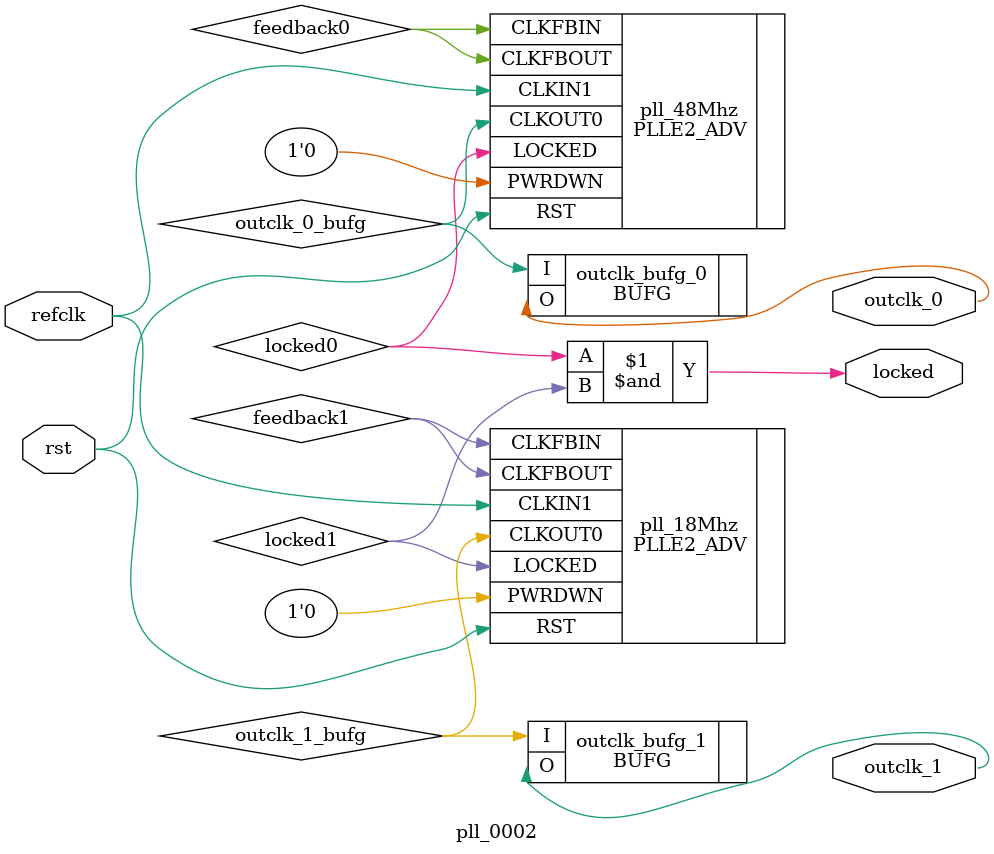
<source format=v>
`timescale 1ns/10ps
module  pll_0002(
	input wire refclk,
	input wire rst,
	output wire outclk_0,
	output wire outclk_1,
	output wire locked
);

	wire feedback0;
	wire feedback1;

	wire locked0;
	wire locked1;

	wire outclk_0_bufg;
	wire outclk_1_bufg;
	
	PLLE2_ADV #(
		.CLKFBOUT_MULT(6'd24),
		.CLKIN1_PERIOD(20.0),
		.CLKOUT0_DIVIDE(7'd25), // 50 * 24 / 25 = 48 MHz
		.CLKOUT0_PHASE(1'd0),
		.DIVCLK_DIVIDE(1'd1),
		.REF_JITTER1(0.01),
		.STARTUP_WAIT("FALSE")
	) pll_48Mhz (
		.CLKFBIN(feedback0),
		.CLKIN1(refclk),
		.PWRDWN(1'b0),
		.RST(rst),
		.CLKFBOUT(feedback0),
		.CLKOUT0(outclk_0_bufg),
		.LOCKED(locked0)
	);

	PLLE2_ADV #(
		.CLKFBOUT_MULT(6'd18),
		.CLKIN1_PERIOD(20.0),
		.CLKOUT0_DIVIDE(7'd50), // 50 * 18 / 50 = 18 MHz
		.CLKOUT0_PHASE(1'd0),
		.DIVCLK_DIVIDE(1'd1),
		.REF_JITTER1(0.01),
		.STARTUP_WAIT("FALSE")
	) pll_18Mhz (
		.CLKFBIN(feedback1),
		.CLKIN1(refclk),
		.PWRDWN(1'b0),
		.RST(rst),
		.CLKFBOUT(feedback1),
		.CLKOUT0(outclk_1_bufg),
		.LOCKED(locked1)
	);

	assign locked = locked0 & locked1;

	BUFG outclk_bufg_0 (.I(outclk_0_bufg), .O(outclk_0));
	BUFG outclk_bufg_1 (.I(outclk_1_bufg), .O(outclk_1));	
endmodule
</source>
